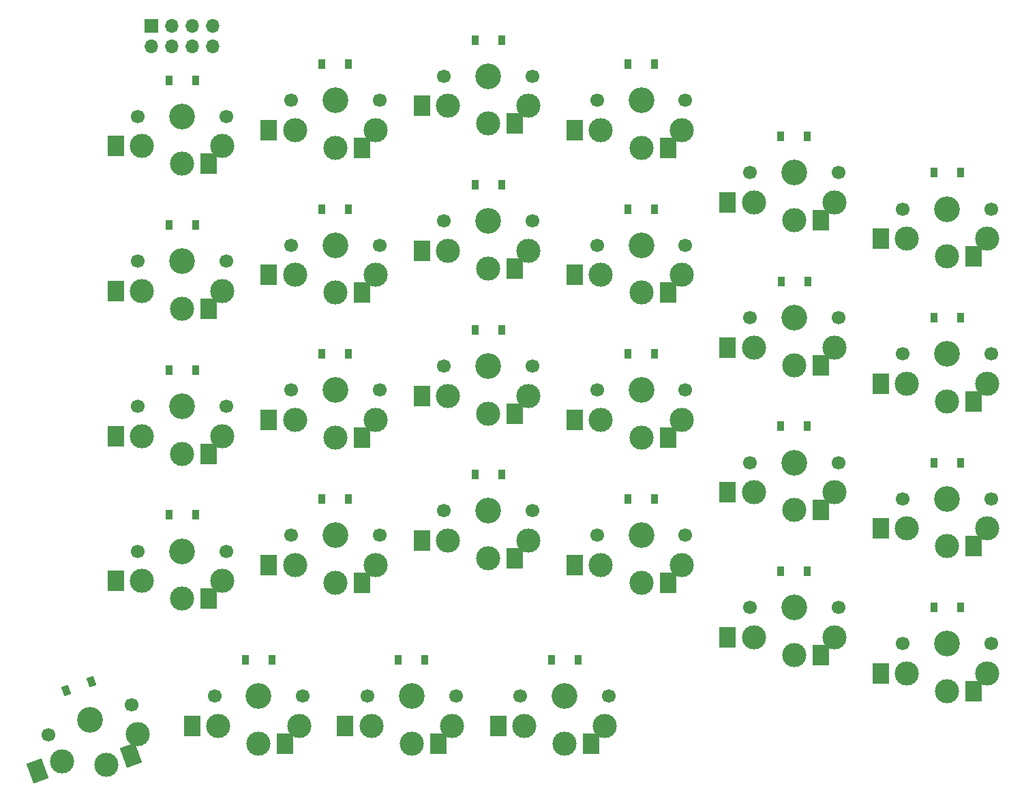
<source format=gbr>
%TF.GenerationSoftware,KiCad,Pcbnew,(6.0.10-0)*%
%TF.CreationDate,2023-01-25T23:07:09+08:00*%
%TF.ProjectId,V4,56342e6b-6963-4616-945f-706362585858,rev?*%
%TF.SameCoordinates,Original*%
%TF.FileFunction,Soldermask,Bot*%
%TF.FilePolarity,Negative*%
%FSLAX46Y46*%
G04 Gerber Fmt 4.6, Leading zero omitted, Abs format (unit mm)*
G04 Created by KiCad (PCBNEW (6.0.10-0)) date 2023-01-25 23:07:09*
%MOMM*%
%LPD*%
G01*
G04 APERTURE LIST*
G04 Aperture macros list*
%AMRotRect*
0 Rectangle, with rotation*
0 The origin of the aperture is its center*
0 $1 length*
0 $2 width*
0 $3 Rotation angle, in degrees counterclockwise*
0 Add horizontal line*
21,1,$1,$2,0,0,$3*%
G04 Aperture macros list end*
%ADD10R,1.700000X1.700000*%
%ADD11O,1.700000X1.700000*%
%ADD12C,3.000000*%
%ADD13C,3.200000*%
%ADD14C,1.700000*%
%ADD15R,2.000000X2.600000*%
%ADD16R,0.900000X1.200000*%
%ADD17RotRect,2.000000X2.600000X20.000000*%
%ADD18RotRect,0.900000X1.200000X200.000000*%
G04 APERTURE END LIST*
D10*
%TO.C,J1*%
X148200000Y-51725000D03*
D11*
X148200000Y-54265000D03*
X150740000Y-51725000D03*
X150740000Y-54265000D03*
X153280000Y-51725000D03*
X153280000Y-54265000D03*
X155820000Y-51725000D03*
X155820000Y-54265000D03*
%TD*%
D12*
%TO.C,SW20*%
X171000000Y-84900000D03*
D13*
X171000000Y-79000000D03*
D14*
X176500000Y-79000000D03*
D12*
X166000000Y-82700000D03*
D14*
X165500000Y-79000000D03*
D15*
X162745000Y-82700000D03*
X174302000Y-84900000D03*
%TD*%
D16*
%TO.C,D11*%
X229650000Y-65500000D03*
X226350000Y-65500000D03*
%TD*%
%TO.C,D47*%
X229650000Y-119500000D03*
X226350000Y-119500000D03*
%TD*%
D12*
%TO.C,SW8*%
X171000000Y-66899998D03*
D14*
X176500000Y-60999998D03*
D12*
X166000000Y-64699998D03*
D14*
X165500000Y-60999998D03*
D13*
X171000000Y-60999998D03*
D15*
X162745000Y-64699998D03*
X174302000Y-66899998D03*
%TD*%
D16*
%TO.C,D32*%
X172650000Y-92475000D03*
X169350000Y-92475000D03*
%TD*%
D12*
%TO.C,SW11*%
X223000000Y-73700000D03*
D14*
X222500000Y-70000000D03*
X233500000Y-70000000D03*
D12*
X228000000Y-75900000D03*
D13*
X228000000Y-70000000D03*
D15*
X219745000Y-73700000D03*
X231302000Y-75900000D03*
%TD*%
D14*
%TO.C,SW12*%
X252500000Y-74500000D03*
D13*
X247000000Y-74500000D03*
D14*
X241500000Y-74500000D03*
D12*
X247000000Y-80400000D03*
X242000000Y-78200000D03*
D15*
X238745000Y-78200000D03*
X250302000Y-80400000D03*
%TD*%
D13*
%TO.C,SW51*%
X199500000Y-135000000D03*
D12*
X199500000Y-140900000D03*
D14*
X205000000Y-135000000D03*
D12*
X204500000Y-138700000D03*
D14*
X194000000Y-135000000D03*
%TD*%
D13*
%TO.C,SW7*%
X152000000Y-63000000D03*
D12*
X152000000Y-68900000D03*
X147000000Y-66700000D03*
D14*
X146500000Y-63000000D03*
X157500000Y-63000000D03*
D15*
X143745000Y-66700000D03*
X155302000Y-68900000D03*
%TD*%
D14*
%TO.C,SW22*%
X203500000Y-79000000D03*
X214500000Y-79000000D03*
D13*
X209000000Y-79000000D03*
D12*
X209000000Y-84900000D03*
X204000000Y-82700000D03*
D15*
X200745000Y-82700000D03*
X212302000Y-84900000D03*
%TD*%
D16*
%TO.C,D21*%
X191650000Y-71500000D03*
X188350000Y-71500000D03*
%TD*%
D12*
%TO.C,SW58*%
X194500000Y-138700000D03*
D13*
X199500000Y-135000000D03*
D14*
X194000000Y-135000000D03*
X205000000Y-135000000D03*
D12*
X199500000Y-140900000D03*
D15*
X191245000Y-138700000D03*
X202802000Y-140900000D03*
%TD*%
D16*
%TO.C,D56*%
X163150000Y-130500000D03*
X159850000Y-130500000D03*
%TD*%
%TO.C,D57*%
X182149984Y-130500000D03*
X178849984Y-130500000D03*
%TD*%
D12*
%TO.C,SW44*%
X166000000Y-118700000D03*
X171000000Y-120900000D03*
D14*
X176500000Y-115000000D03*
D13*
X171000000Y-115000000D03*
D14*
X165500000Y-115000000D03*
D15*
X162745000Y-118700000D03*
X174302000Y-120900000D03*
%TD*%
D14*
%TO.C,SW15*%
X203500000Y-79000000D03*
X214500000Y-79000000D03*
D12*
X214000000Y-82700000D03*
D13*
X209000000Y-79000000D03*
D12*
X209000000Y-84900000D03*
%TD*%
D14*
%TO.C,SW36*%
X252500000Y-110500000D03*
D13*
X247000000Y-110500000D03*
D12*
X247000000Y-116400000D03*
X242000000Y-114200000D03*
D14*
X241500000Y-110500000D03*
D15*
X238745000Y-114200000D03*
X250302000Y-116400000D03*
%TD*%
D16*
%TO.C,D23*%
X229700000Y-83500000D03*
X226400000Y-83500000D03*
%TD*%
D12*
%TO.C,SW34*%
X204000000Y-100700000D03*
D13*
X209000000Y-97000000D03*
D14*
X214500000Y-97000000D03*
D12*
X209000000Y-102900000D03*
D14*
X203500000Y-97000000D03*
D15*
X200745000Y-100700000D03*
X212302000Y-102900000D03*
%TD*%
D16*
%TO.C,D31*%
X150349998Y-94500003D03*
X153649998Y-94500003D03*
%TD*%
D13*
%TO.C,SW26*%
X228000000Y-106000000D03*
D14*
X222500000Y-106000000D03*
X233500000Y-106000000D03*
D12*
X228000000Y-111900000D03*
X233000000Y-109700000D03*
%TD*%
D17*
%TO.C,SW55*%
X145650784Y-142378836D03*
X134038312Y-144264239D03*
D13*
X140526143Y-137959404D03*
D14*
X135361691Y-139845111D03*
D12*
X137097011Y-143150963D03*
X142547919Y-143508186D03*
D14*
X145698309Y-136082889D03*
%TD*%
D16*
%TO.C,D46*%
X210650000Y-110500000D03*
X207350000Y-110500000D03*
%TD*%
%TO.C,D8*%
X172650000Y-56500000D03*
X169350000Y-56500000D03*
%TD*%
D13*
%TO.C,SW9*%
X190000000Y-58000003D03*
D14*
X195500000Y-58000003D03*
D12*
X185000000Y-61700003D03*
X190000000Y-63900003D03*
D14*
X184500000Y-58000003D03*
D15*
X181745000Y-61700003D03*
X193302000Y-63900003D03*
%TD*%
D12*
%TO.C,SW21*%
X190000000Y-81900000D03*
D13*
X190000000Y-76000000D03*
D14*
X195500000Y-76000000D03*
D12*
X185000000Y-79700000D03*
D14*
X184500000Y-76000000D03*
D15*
X181745000Y-79700000D03*
X193302000Y-81900000D03*
%TD*%
D12*
%TO.C,SW19*%
X152000000Y-86900000D03*
D14*
X146500000Y-81000000D03*
D13*
X152000000Y-81000000D03*
D14*
X157500000Y-81000000D03*
D12*
X147000000Y-84700000D03*
D15*
X143745000Y-84700000D03*
X155302000Y-86900000D03*
%TD*%
D16*
%TO.C,D44*%
X172650000Y-110500000D03*
X169350000Y-110500000D03*
%TD*%
%TO.C,D24*%
X248650000Y-88000000D03*
X245350000Y-88000000D03*
%TD*%
D12*
%TO.C,SW45*%
X190000000Y-117900000D03*
X185000000Y-115700000D03*
D14*
X184500000Y-112000000D03*
D13*
X190000000Y-112000000D03*
D14*
X195500000Y-112000000D03*
D15*
X181745000Y-115700000D03*
X193302000Y-117900000D03*
%TD*%
D12*
%TO.C,SW38*%
X233000000Y-127700000D03*
D14*
X222500000Y-124000000D03*
D13*
X228000000Y-124000000D03*
D12*
X228000000Y-129900000D03*
D14*
X233500000Y-124000000D03*
%TD*%
D16*
%TO.C,D35*%
X229650000Y-101500000D03*
X226350000Y-101500000D03*
%TD*%
%TO.C,D43*%
X153649998Y-112500003D03*
X150349998Y-112500003D03*
%TD*%
%TO.C,D9*%
X188350000Y-53500000D03*
X191650000Y-53500000D03*
%TD*%
D14*
%TO.C,SW33*%
X195500000Y-94000000D03*
D13*
X190000000Y-94000000D03*
D14*
X184500000Y-94000000D03*
D12*
X185000000Y-97700000D03*
X190000000Y-99900000D03*
D15*
X181745000Y-97700000D03*
X193302000Y-99900000D03*
%TD*%
D13*
%TO.C,SW27*%
X209000000Y-97000000D03*
D12*
X209000000Y-102900000D03*
D14*
X203500000Y-97000000D03*
X214500000Y-97000000D03*
D12*
X214000000Y-100700000D03*
%TD*%
%TO.C,SW24*%
X242000000Y-96200000D03*
D13*
X247000000Y-92500000D03*
D12*
X247000000Y-98400000D03*
D14*
X241500000Y-92500000D03*
X252500000Y-92500000D03*
D15*
X238745000Y-96200000D03*
X250302000Y-98400000D03*
%TD*%
D12*
%TO.C,SW47*%
X223000000Y-127700000D03*
D13*
X228000000Y-124000000D03*
D12*
X228000000Y-129900000D03*
D14*
X233500000Y-124000000D03*
X222500000Y-124000000D03*
D15*
X219745000Y-127700000D03*
X231302000Y-129900000D03*
%TD*%
D16*
%TO.C,D7*%
X153650000Y-58500000D03*
X150350000Y-58500000D03*
%TD*%
D14*
%TO.C,SW52*%
X186000000Y-135000000D03*
D12*
X185500000Y-138700000D03*
D13*
X180500000Y-135000000D03*
D14*
X175000000Y-135000000D03*
D12*
X180500000Y-140900000D03*
%TD*%
D16*
%TO.C,D19*%
X153650000Y-76500000D03*
X150350000Y-76500000D03*
%TD*%
D12*
%TO.C,SW32*%
X171000000Y-102900000D03*
D14*
X176500000Y-97000000D03*
D13*
X171000000Y-97000000D03*
D14*
X165500000Y-97000000D03*
D12*
X166000000Y-100700000D03*
D15*
X162745000Y-100700000D03*
X174302000Y-102900000D03*
%TD*%
D14*
%TO.C,SW10*%
X203500000Y-61000000D03*
D12*
X209000000Y-66900000D03*
X204000000Y-64700000D03*
D13*
X209000000Y-61000000D03*
D14*
X214500000Y-61000000D03*
D15*
X200745000Y-64700000D03*
X212302000Y-66900000D03*
%TD*%
D14*
%TO.C,SW13*%
X252500000Y-92500000D03*
D13*
X247000000Y-92500000D03*
D14*
X241500000Y-92500000D03*
D12*
X247000000Y-98400000D03*
X252000000Y-96200000D03*
%TD*%
D14*
%TO.C,SW35*%
X222500000Y-106000000D03*
X233500000Y-106000000D03*
D12*
X228000000Y-111900000D03*
D13*
X228000000Y-106000000D03*
D12*
X223000000Y-109700000D03*
D15*
X219745000Y-109700000D03*
X231302000Y-111900000D03*
%TD*%
D13*
%TO.C,SW43*%
X152000000Y-117000000D03*
D14*
X157500000Y-117000000D03*
D12*
X147000000Y-120700000D03*
D14*
X146500000Y-117000000D03*
D12*
X152000000Y-122900000D03*
D15*
X143745000Y-120700000D03*
X155302000Y-122900000D03*
%TD*%
D12*
%TO.C,SW31*%
X152000000Y-104900000D03*
D14*
X157500000Y-99000000D03*
D13*
X152000000Y-99000000D03*
D14*
X146500000Y-99000000D03*
D12*
X147000000Y-102700000D03*
D15*
X143745000Y-102700000D03*
X155302000Y-104900000D03*
%TD*%
D12*
%TO.C,SW42*%
X157000000Y-120700000D03*
D13*
X152000000Y-117000000D03*
D12*
X152000000Y-122900000D03*
D14*
X157500000Y-117000000D03*
X146500000Y-117000000D03*
%TD*%
D12*
%TO.C,SW14*%
X233000000Y-91700000D03*
D14*
X222500000Y-88000000D03*
D13*
X228000000Y-88000000D03*
D12*
X228000000Y-93900000D03*
D14*
X233500000Y-88000000D03*
%TD*%
D16*
%TO.C,D12*%
X248650000Y-70000000D03*
X245350000Y-70000000D03*
%TD*%
%TO.C,D20*%
X169350000Y-74500000D03*
X172650000Y-74500000D03*
%TD*%
D12*
%TO.C,SW53*%
X161499996Y-140900000D03*
X166499996Y-138700000D03*
D13*
X161499996Y-135000000D03*
D14*
X155999996Y-135000000D03*
X166999996Y-135000000D03*
%TD*%
D16*
%TO.C,D33*%
X191650000Y-89500000D03*
X188350000Y-89500000D03*
%TD*%
%TO.C,D10*%
X210650000Y-56500000D03*
X207350000Y-56500000D03*
%TD*%
%TO.C,D22*%
X210650000Y-74500000D03*
X207350000Y-74500000D03*
%TD*%
%TO.C,D45*%
X191650000Y-107500000D03*
X188350000Y-107500000D03*
%TD*%
D12*
%TO.C,SW23*%
X228000000Y-93900000D03*
D13*
X228000000Y-88000000D03*
D12*
X223000000Y-91700000D03*
D14*
X233500000Y-88000000D03*
X222500000Y-88000000D03*
D15*
X219745000Y-91700000D03*
X231302000Y-93900000D03*
%TD*%
D14*
%TO.C,SW40*%
X184500000Y-112000000D03*
D13*
X190000000Y-112000000D03*
D14*
X195500000Y-112000000D03*
D12*
X190000000Y-117900000D03*
X195000000Y-115700000D03*
%TD*%
%TO.C,SW41*%
X171000000Y-120900000D03*
D13*
X171000000Y-115000000D03*
D14*
X165500000Y-115000000D03*
X176500000Y-115000000D03*
D12*
X176000000Y-118700000D03*
%TD*%
D13*
%TO.C,SW48*%
X247000000Y-128500000D03*
D14*
X252500000Y-128500000D03*
D12*
X247000000Y-134400000D03*
X242000000Y-132200000D03*
D14*
X241500000Y-128500000D03*
D15*
X238745000Y-132200000D03*
X250302000Y-134400000D03*
%TD*%
D13*
%TO.C,SW39*%
X209000000Y-115000000D03*
D12*
X209000000Y-120900000D03*
X214000000Y-118700000D03*
D14*
X214500000Y-115000000D03*
X203500000Y-115000000D03*
%TD*%
D12*
%TO.C,SW46*%
X204000000Y-118700000D03*
D14*
X203500000Y-115000000D03*
X214500000Y-115000000D03*
D12*
X209000000Y-120900000D03*
D13*
X209000000Y-115000000D03*
D15*
X200745000Y-118700000D03*
X212302000Y-120900000D03*
%TD*%
D16*
%TO.C,D58*%
X201150000Y-130500000D03*
X197850000Y-130500000D03*
%TD*%
%TO.C,D34*%
X210650000Y-92500000D03*
X207350000Y-92500000D03*
%TD*%
D14*
%TO.C,SW56*%
X166999996Y-135000000D03*
X155999996Y-135000000D03*
D12*
X156499996Y-138700000D03*
D13*
X161499996Y-135000000D03*
D12*
X161499996Y-140900000D03*
D15*
X153244996Y-138700000D03*
X164801996Y-140900000D03*
%TD*%
D18*
%TO.C,D55*%
X137573172Y-134307972D03*
X140674158Y-133179306D03*
%TD*%
D12*
%TO.C,SW57*%
X175500000Y-138700000D03*
D14*
X175000000Y-135000000D03*
D13*
X180500000Y-135000000D03*
D14*
X186000000Y-135000000D03*
D12*
X180500000Y-140900000D03*
D15*
X172245000Y-138700000D03*
X183802000Y-140900000D03*
%TD*%
D12*
%TO.C,SW25*%
X247000000Y-116400000D03*
D14*
X252500000Y-110500000D03*
D12*
X252000000Y-114200000D03*
D14*
X241500000Y-110500000D03*
D13*
X247000000Y-110500000D03*
%TD*%
D16*
%TO.C,D36*%
X248650000Y-106000000D03*
X245350000Y-106000000D03*
%TD*%
D12*
%TO.C,SW54*%
X142547919Y-143508186D03*
D14*
X145698309Y-136082889D03*
X135361691Y-139845111D03*
D13*
X140530000Y-137964000D03*
D12*
X146493938Y-139730762D03*
%TD*%
D13*
%TO.C,SW37*%
X247000000Y-128500000D03*
D14*
X252500000Y-128500000D03*
D12*
X252000000Y-132200000D03*
X247000000Y-134400000D03*
D14*
X241500000Y-128500000D03*
%TD*%
D16*
%TO.C,D48*%
X248700000Y-124000000D03*
X245400000Y-124000000D03*
%TD*%
D13*
%TO.C,SW17*%
X171000000Y-79000000D03*
D12*
X176000000Y-82700000D03*
D14*
X176500000Y-79000000D03*
D12*
X171000000Y-84900000D03*
D14*
X165500000Y-79000000D03*
%TD*%
%TO.C,SW29*%
X176500000Y-97000000D03*
X165500000Y-97000000D03*
D12*
X176000000Y-100700000D03*
D13*
X171000000Y-97000000D03*
D12*
X171000000Y-102900000D03*
%TD*%
D14*
%TO.C,SW3*%
X203500000Y-61000000D03*
D12*
X209000000Y-66900000D03*
D13*
X209000000Y-61000000D03*
D14*
X214500000Y-61000000D03*
D12*
X214000000Y-64700000D03*
%TD*%
D14*
%TO.C,SW4*%
X184500000Y-58000003D03*
X195500000Y-58000003D03*
D13*
X190000000Y-58000003D03*
D12*
X190000000Y-63900003D03*
X195000000Y-61700003D03*
%TD*%
D14*
%TO.C,SW5*%
X165500000Y-60999998D03*
D12*
X176000000Y-64699998D03*
X171000000Y-66899998D03*
D13*
X171000000Y-60999998D03*
D14*
X176500000Y-60999998D03*
%TD*%
%TO.C,SW28*%
X195500000Y-94000000D03*
X184500000Y-94000000D03*
D12*
X195000000Y-97700000D03*
D13*
X190000000Y-94000000D03*
D12*
X190000000Y-99900000D03*
%TD*%
D14*
%TO.C,SW1*%
X252500000Y-74500000D03*
X241500000Y-74500000D03*
D13*
X247000000Y-74500000D03*
D12*
X247000000Y-80400000D03*
X252000000Y-78200000D03*
%TD*%
%TO.C,SW30*%
X157000000Y-102700000D03*
X152000000Y-104900000D03*
D14*
X146500000Y-99000000D03*
X157500000Y-99000000D03*
D13*
X152000000Y-99000000D03*
%TD*%
D12*
%TO.C,SW18*%
X152000000Y-86900000D03*
D14*
X157500000Y-81000000D03*
D13*
X152000000Y-81000000D03*
D14*
X146500000Y-81000000D03*
D12*
X157000000Y-84700000D03*
%TD*%
D14*
%TO.C,SW6*%
X157500000Y-63000000D03*
X146500000Y-63000000D03*
D12*
X157000000Y-66700000D03*
X152000000Y-68900000D03*
D13*
X152000000Y-63000000D03*
%TD*%
%TO.C,SW2*%
X228000000Y-70000000D03*
D14*
X233500000Y-70000000D03*
X222500000Y-70000000D03*
D12*
X233000000Y-73700000D03*
X228000000Y-75900000D03*
%TD*%
%TO.C,SW16*%
X195000000Y-79700000D03*
X190000000Y-81900000D03*
D13*
X190000000Y-76000000D03*
D14*
X195500000Y-76000000D03*
X184500000Y-76000000D03*
%TD*%
M02*

</source>
